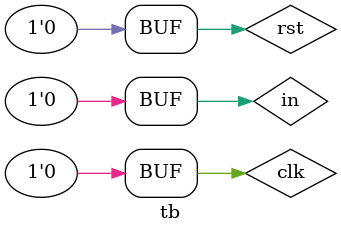
<source format=v>
module tb();
	reg in;
	reg clk;
	reg rst;
	wire out;
	
	FF FF1(.ffin(in),.ffout(out),.ffrst(rst),.ffclk(clk));
	CG5 CG51(.cgin(in),.cgclck(clk),.cgnrst(rst));
	
	initial begin
		in = 0;
		clk = 0;
		rst = 0;
	end
endmodule
</source>
